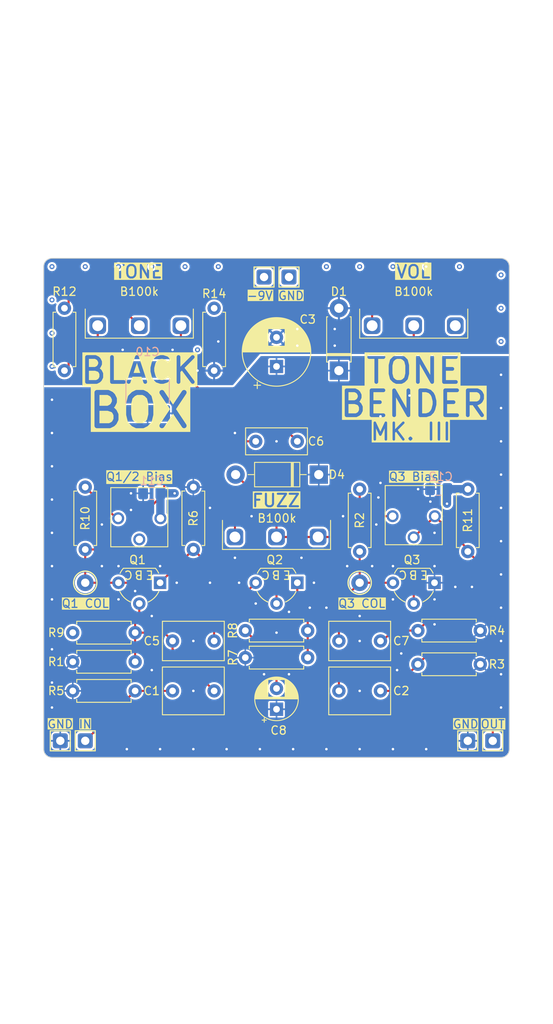
<source format=kicad_pcb>
(kicad_pcb (version 20240108) (generator "pcbnew") (generator_version "8.0")
  (layers (0 "F.Cu" signal) (1 "In1.Cu" signal) (2 "In2.Cu" signal) (31 "B.Cu" signal) (34 "B.Paste" user) (35 "F.Paste" user) (36 "B.SilkS" user "B.Silkscreen") (37 "F.SilkS" user "F.Silkscreen") (38 "B.Mask" user) (39 "F.Mask" user) (44 "Edge.Cuts" user))
  (net 0 "")
  (net 1 "/IN")
  (net 2 "/Q1_B")
  (net 3 "/Q3_C_DIV")
  (net 4 "/Q3_C_DIV_AC")
  (net 5 "-9V")
  (net 6 "GND")
  (net 7 "/Q1_C")
  (net 8 "/Q1_C_AC")
  (net 9 "/Q3_C")
  (net 10 "/TREB")
  (net 11 "/Q2_E_C8")
  (net 12 "/Q3_B")
  (net 13 "-9VIN")
  (net 14 "/OUT")
  (net 15 "/Q2_B")
  (net 16 "/Q2_E")
  (net 17 "Net-(R2-Pad2)")
  (net 18 "/Q1_C_DIV")
  (net 19 "/TONE_DIV")
  (net 20 "/TONE")
  (footprint "BB_Resistors:R_Axial_DIN0207_L6.3mm_D2.5mm_P7.5mm_Horizontal" (layer "F.Cu") (at 57.5 87 -90)
    (property "Reference" "R12" (at -2 0 180) (layer "F.SilkS"))
    (property "Value" "220k")
    (pad "1" thru_hole circle (at 0 0 270) (size 1.6 1.6) (drill 0.8) (layers "*.Cu" "*.Mask") (net 19 "/TONE_DIV"))
    (pad "2" thru_hole oval (at 7.5 0 270) (size 1.6 1.6) (drill 0.8) (layers "*.Cu" "*.Mask") (net 20 "/TONE"))
  )
  (footprint "BB_Pads:WirePad_22AWG" (layer "F.Cu") (at 84.5 83.25)
    (property "Reference" "P6")
    (property "Value" "GND" (at 0.25 2.25 0) (layer "F.SilkS" knockout))
    (pad "1" thru_hole roundrect (at 0 0) (size 1.8 1.8) (drill 1) (layers "*.Cu" "*.Mask") (roundrect_rratio 0.1666666667) (net 6 "GND"))
  )
  (footprint "BB_Resistors:R_Axial_DIN0207_L6.3mm_D2.5mm_P7.5mm_Horizontal" (layer "F.Cu") (at 79.25 125.75)
    (property "Reference" "R8" (at -1.5 0 90) (layer "F.SilkS"))
    (property "Value" "1")
    (pad "1" thru_hole circle (at 0 0) (size 1.6 1.6) (drill 0.8) (layers "*.Cu" "*.Mask") (net 11 "/Q2_E_C8"))
    (pad "2" thru_hole oval (at 7.5 0) (size 1.6 1.6) (drill 0.8) (layers "*.Cu" "*.Mask") (net 16 "/Q2_E"))
  )
  (footprint "BB_Pads:WirePad_22AWG" (layer "F.Cu") (at 81.5 83.25)
    (property "Reference" "P3")
    (property "Value" "-9V" (at -0.5 2.25 0) (layer "F.SilkS" knockout))
    (pad "1" thru_hole roundrect (at 0 0) (size 1.8 1.8) (drill 1) (layers "*.Cu" "*.Mask") (roundrect_rratio 0.1666666667) (net 13 "-9VIN"))
  )
  (footprint "BB_Transistor:TO-92L_Wide_EBC" (layer "F.Cu") (at 83 120 180)
    (property "Reference" "Q2" (at 0.21 2.75 180) (layer "F.SilkS"))
    (property "Value" "PNP_Ge")
    (fp_text user "E" (at -1.79 1.54 180) (layer "F.SilkS") (effects (justify left bottom)))
    (fp_text user "B" (at -0.54 1.54 180) (layer "F.SilkS") (effects (justify left bottom)))
    (fp_text user "C" (at 0.71 1.54 180) (layer "F.SilkS") (effects (justify left bottom)))
    (pad "1" thru_hole rect (at -2.5 0 180) (size 1.5 1.5) (drill 0.8) (layers "*.Cu" "*.Mask") (net 16 "/Q2_E"))
    (pad "2" thru_hole circle (at 0 -2.5 180) (size 1.5 1.5) (drill 0.8) (layers "*.Cu" "*.Mask") (net 15 "/Q2_B"))
    (pad "3" thru_hole circle (at 2.5 0 180) (size 1.5 1.5) (drill 0.8) (layers "*.Cu" "*.Mask") (net 7 "/Q1_C"))
  )
  (footprint "Capacitor_THT:C_Rect_L7.2mm_W3.0mm_P5.00mm_FKS2_FKP2_MKS2_MKP2" (layer "F.Cu") (at 85.5 103 180)
    (property "Reference" "C6" (at -2.25 0 0) (layer "F.SilkS"))
    (property "Value" "220n")
    (pad "1" thru_hole circle (at 0 0 180) (size 1.6 1.6) (drill 0.8) (layers "*.Cu" "*.Mask") (net 7 "/Q1_C"))
    (pad "2" thru_hole circle (at 5 0 180) (size 1.6 1.6) (drill 0.8) (layers "*.Cu" "*.Mask") (net 8 "/Q1_C_AC"))
  )
  (footprint "BB_Pads:WirePad_22AWG" (layer "F.Cu") (at 60 139)
    (property "Reference" "P1")
    (property "Value" "IN" (at 0 -2 0) (layer "F.SilkS" knockout))
    (pad "1" thru_hole roundrect (at 0 0) (size 1.8 1.8) (drill 1) (layers "*.Cu" "*.Mask") (roundrect_rratio 0.1666666667) (net 1 "/IN"))
  )
  (footprint "BB_Pads:WirePad_22AWG" (layer "F.Cu") (at 109 139)
    (property "Reference" "P7")
    (property "Value" "OUT" (at 0 -2 0) (layer "F.SilkS" knockout))
    (pad "1" thru_hole roundrect (at 0 0) (size 1.8 1.8) (drill 1) (layers "*.Cu" "*.Mask") (roundrect_rratio 0.1666666667) (net 14 "/OUT"))
  )
  (footprint "Capacitor_THT:CP_Radial_D8.0mm_P3.50mm" (layer "F.Cu") (at 83 94 90)
    (property "Reference" "C3" (at 5.652651 3.75 0) (layer "F.SilkS"))
    (property "Value" "220u")
    (pad "1" thru_hole rect (at 0 0 90) (size 1.6 1.6) (drill 0.8) (layers "*.Cu" "*.Mask") (net 6 "GND"))
    (pad "2" thru_hole circle (at 3.5 0 90) (size 1.6 1.6) (drill 0.8) (layers "*.Cu" "*.Mask") (net 5 "-9V"))
  )
  (footprint "Capacitor_THT:C_Rect_L7.2mm_W5.5mm_P5.00mm_FKS2_FKP2_MKS2_MKP2" (layer "F.Cu") (at 95.5 133 180)
    (property "Reference" "C2" (at -2.499999 -0.000001 0) (layer "F.SilkS"))
    (property "Value" "100n")
    (pad "1" thru_hole circle (at 0 0 180) (size 1.6 1.6) (drill 0.8) (layers "*.Cu" "*.Mask") (net 3 "/Q3_C_DIV"))
    (pad "2" thru_hole circle (at 5 0 180) (size 1.6 1.6) (drill 0.8) (layers "*.Cu" "*.Mask") (net 4 "/Q3_C_DIV_AC"))
  )
  (footprint "Capacitor_THT:C_Rect_L7.2mm_W4.5mm_P5.00mm_FKS2_FKP2_MKS2_MKP2" (layer "F.Cu") (at 70.5 127)
    (property "Reference" "C5" (at -2.499999 0 180) (layer "F.SilkS"))
    (property "Value" "220p")
    (pad "1" thru_hole circle (at 0 0) (size 1.6 1.6) (drill 0.8) (layers "*.Cu" "*.Mask") (net 2 "/Q1_B"))
    (pad "2" thru_hole circle (at 5 0) (size 1.6 1.6) (drill 0.8) (layers "*.Cu" "*.Mask") (net 7 "/Q1_C"))
  )
  (footprint "BB_Resistors:R_Axial_DIN0207_L6.3mm_D2.5mm_P7.5mm_Horizontal" (layer "F.Cu") (at 73 116 90)
    (property "Reference" "R6" (at 3.75 0 270) (layer "F.SilkS"))
    (property "Value" "10k")
    (pad "1" thru_hole circle (at 0 0 90) (size 1.6 1.6) (drill 0.8) (layers "*.Cu" "*.Mask") (net 15 "/Q2_B"))
    (pad "2" thru_hole oval (at 7.5 0 90) (size 1.6 1.6) (drill 0.8) (layers "*.Cu" "*.Mask") (net 6 "GND"))
  )
  (footprint "BlackBox:TestPoint_Keystone_5000-5004_Miniature" (layer "F.Cu") (at 60 120)
    (property "Reference" "TP1" (hide yes))
    (property "Value" "Q1_C")
    (pad "1" thru_hole circle (at 0 0) (size 2 2) (drill 1) (layers "*.Cu" "*.Mask") (net 7 "/Q1_C"))
  )
  (footprint "BB_Resistors:R_Axial_DIN0207_L6.3mm_D2.5mm_P7.5mm_Horizontal" (layer "F.Cu") (at 107.5 129.8 180)
    (property "Reference" "R3" (at -2 0 180) (layer "F.SilkS"))
    (property "Value" "10k")
    (pad "1" thru_hole circle (at 0 0 180) (size 1.6 1.6) (drill 0.8) (layers "*.Cu" "*.Mask") (net 6 "GND"))
    (pad "2" thru_hole oval (at 7.5 0 180) (size 1.6 1.6) (drill 0.8) (layers "*.Cu" "*.Mask") (net 3 "/Q3_C_DIV"))
  )
  (footprint "BB_Potentiometers:Potentiometer_Bourns_3362P_Vertical" (layer "F.Cu") (at 66.5 112.25)
    (property "Reference" "RV4" (hide yes))
    (property "Value" "B20k")
    (pad "1" thru_hole circle (at 2.54 0 90) (size 1.44 1.44) (drill 0.9) (layers "*.Cu" "*.Mask") (net 5 "-9V"))
    (pad "2" thru_hole circle (at 0 2.54 90) (size 1.44 1.44) (drill 0.9) (layers "*.Cu" "*.Mask") (net 5 "-9V"))
    (pad "3" thru_hole circle (at -2.54 0 90) (size 1.44 1.44) (drill 0.9) (layers "*.Cu" "*.Mask") (net 18 "/Q1_C_DIV"))
  )
  (footprint "BB_Transistor:TO-92L_Wide_EBC" (layer "F.Cu") (at 66.5 120 180)
    (property "Reference" "Q1" (at 0.21 2.75 180) (layer "F.SilkS"))
    (property "Value" "PNP_Ge")
    (fp_text user "B" (at -0.54 1.54 180) (layer "F.SilkS") (effects (justify left bottom)))
    (fp_text user "C" (at 0.71 1.54 180) (layer "F.SilkS") (effects (justify left bottom)))
    (fp_text user "E" (at -1.79 1.54 180) (layer "F.SilkS") (effects (justify left bottom)))
    (pad "1" thru_hole rect (at -2.5 0 180) (size 1.5 1.5) (drill 0.8) (layers "*.Cu" "*.Mask") (net 15 "/Q2_B"))
    (pad "2" thru_hole circle (at 0 -2.5 180) (size 1.5 1.5) (drill 0.8) (layers "*.Cu" "*.Mask") (net 2 "/Q1_B"))
    (pad "3" thru_hole circle (at 2.5 0 180) (size 1.5 1.5) (drill 0.8) (layers "*.Cu" "*.Mask") (net 7 "/Q1_C"))
  )
  (footprint "BB_Pads:WirePad_22AWG" (layer "F.Cu") (at 106 139)
    (property "Reference" "P8")
    (property "Value" "GND" (at -0.25 -2 0) (layer "F.SilkS" knockout))
    (pad "1" thru_hole roundrect (at 0 0) (size 1.8 1.8) (drill 1) (layers "*.Cu" "*.Mask") (roundrect_rratio 0.1666666667) (net 6 "GND"))
  )
  (footprint "Capacitor_THT:C_Rect_L7.2mm_W5.5mm_P5.00mm_FKS2_FKP2_MKS2_MKP2" (layer "F.Cu") (at 70.5 133)
    (property "Reference" "C1" (at -2.5 0 180) (layer "F.SilkS"))
    (property "Value" "100n")
    (pad "1" thru_hole circle (at 0 0) (size 1.6 1.6) (drill 0.8) (layers "*.Cu" "*.Mask") (net 1 "/IN"))
    (pad "2" thru_hole circle (at 5 0) (size 1.6 1.6) (drill 0.8) (layers "*.Cu" "*.Mask") (net 2 "/Q1_B"))
  )
  (footprint "Capacitor_THT:C_Rect_L7.2mm_W4.5mm_P5.00mm_FKS2_FKP2_MKS2_MKP2" (layer "F.Cu") (at 90.5 127)
    (property "Reference" "C7" (at 7.5 0 180) (layer "F.SilkS"))
    (property "Value" "2.2n")
    (pad "1" thru_hole circle (at 0 0) (size 1.6 1.6) (drill 0.8) (layers "*.Cu" "*.Mask") (net 9 "/Q3_C"))
    (pad "2" thru_hole circle (at 5 0) (size 1.6 1.6) (drill 0.8) (layers "*.Cu" "*.Mask") (net 10 "/TREB"))
  )
  (footprint "BlackBox:TestPoint_Keystone_5000-5004_Miniature" (layer "F.Cu") (at 93 120)
    (property "Reference" "TP2" (hide yes))
    (property "Value" "Q3_C")
    (pad "1" thru_hole circle (at 0 0) (size 2 2) (drill 1) (layers "*.Cu" "*.Mask") (net 9 "/Q3_C"))
  )
  (footprint "BB_Resistors:R_Axial_DIN0207_L6.3mm_D2.5mm_P7.5mm_Horizontal" (layer "F.Cu") (at 66 126 180)
    (property "Reference" "R9" (at 9.5 0 0) (layer "F.SilkS"))
    (property "Value" "680k")
    (pad "1" thru_hole circle (at 0 0 180) (size 1.6 1.6) (drill 0.8) (layers "*.Cu" "*.Mask") (net 2 "/Q1_B"))
    (pad "2" thru_hole oval (at 7.5 0 180) (size 1.6 1.6) (drill 0.8) (layers "*.Cu" "*.Mask") (net 5 "-9V"))
  )
  (footprint "BB_Resistors:R_Axial_DIN0207_L6.3mm_D2.5mm_P7.5mm_Horizontal" (layer "F.Cu") (at 107.5 125.75 180)
    (property "Reference" "R4" (at -2 0 180) (layer "F.SilkS"))
    (property "Value" "10k")
    (pad "1" thru_hole circle (at 0 0 180) (size 1.6 1.6) (drill 0.8) (layers "*.Cu" "*.Mask") (net 6 "GND"))
    (pad "2" thru_hole oval (at 7.5 0 180) (size 1.6 1.6) (drill 0.8) (layers "*.Cu" "*.Mask") (net 10 "/TREB"))
  )
  (footprint "Capacitor_THT:CP_Radial_D5.0mm_P2.50mm" (layer "F.Cu") (at 83 135.205113 90)
    (property "Reference" "C8" (at -2.544887 0.25 360) (layer "F.SilkS"))
    (property "Value" "6.8u")
    (pad "1" thru_hole rect (at 0 0 90) (size 1.6 1.6) (drill 0.8) (layers "*.Cu" "*.Mask") (net 6 "GND"))
    (pad "2" thru_hole circle (at 2.5 0 90) (size 1.6 1.6) (drill 0.8) (layers "*.Cu" "*.Mask") (net 11 "/Q2_E_C8"))
  )
  (footprint "BB_Resistors:R_Axial_DIN0207_L6.3mm_D2.5mm_P7.5mm_Horizontal" (layer "F.Cu") (at 58.5 129.5)
    (property "Reference" "R1" (at -2 0 180) (layer "F.SilkS"))
    (property "Value" "100k")
    (pad "1" thru_hole circle (at 0 0) (size 1.6 1.6) (drill 0.8) (layers "*.Cu" "*.Mask") (net 6 "GND"))
    (pad "2" thru_hole oval (at 7.5 0) (size 1.6 1.6) (drill 0.8) (layers "*.Cu" "*.Mask") (net 2 "/Q1_B"))
  )
  (footprint "BB_Diodes:D_DO-41_SOD81_P7.5mm_Horizontal" (layer "F.Cu") (at 90.5 94.5 90)
    (property "Reference" "D1" (at 9.5 0 360) (layer "F.SilkS"))
    (property "Value" "1N4001G-T")
    (pad "1" thru_hole rect (at 0 0 90) (size 2.2 2.2) (drill 1.1) (layers "*.Cu" "*.Mask") (net 6 "GND"))
    (pad "2" thru_hole oval (at 7.5 0 90) (size 2.2 2.2) (drill 1.1) (layers "*.Cu" "*.Mask") (net 5 "-9V"))
  )
  (footprint "BB_Resistors:R_Axial_DIN0207_L6.3mm_D2.5mm_P7.5mm_Horizontal" (layer "F.Cu") (at 60 116 90)
    (property "Reference" "R10" (at 3.75 0 270) (layer "F.SilkS"))
    (property "Value" "4.7k")
    (pad "1" thru_hole circle (at 0 0 90) (size 1.6 1.6) (drill 0.8) (layers "*.Cu" "*.Mask") (net 7 "/Q1_C"))
    (pad "2" thru_hole oval (at 7.5 0 90) (size 1.6 1.6) (drill 0.8) (layers "*.Cu" "*.Mask") (net 18 "/Q1_C_DIV"))
  )
  (footprint "BB_Diodes:D_DO-41_SOD81_P10.0mm_Horizontal" (layer "F.Cu") (at 88.08 107 180)
    (property "Reference" "D4" (at -2.17 0 0) (layer "F.SilkS"))
    (property "Value" "1N34A")
    (pad "1" thru_hole rect (at 0 0 180) (size 2.2 2.2) (drill 1.1) (layers "*.Cu" "*.Mask") (net 6 "GND"))
    (pad "2" thru_hole oval (at 10 0 180) (size 2.2 2.2) (drill 1.1) (layers "*.Cu" "*.Mask") (net 12 "/Q3_B"))
  )
  (footprint "BB_Resistors:R_Axial_DIN0207_L6.3mm_D2.5mm_P7.5mm_Horizontal" (layer "F.Cu") (at 86.75 129 180)
    (property "Reference" "R7" (at 9 0 90) (layer "F.SilkS"))
    (property "Value" "3.3k")
    (pad "1" thru_hole circle (at 0 0 180) (size 1.6 1.6) (drill 0.8) (layers "*.Cu" "*.Mask") (net 16 "/Q2_E"))
    (pad "2" thru_hole oval (at 7.5 0 180) (size 1.6 1.6) (drill 0.8) (layers "*.Cu" "*.Mask") (net 6 "GND"))
  )
  (footprint "BB_Resistors:R_Axial_DIN0207_L6.3mm_D2.5mm_P7.5mm_Horizontal" (layer "F.Cu") (at 75.5 87 -90)
    (property "Reference" "R14" (at -1.75 0 180) (layer "F.SilkS"))
    (property "Value" "100")
    (pad "1" thru_hole circle (at 0 0 270) (size 1.6 1.6) (drill 0.8) (layers "*.Cu" "*.Mask") (net 13 "-9VIN"))
    (pad "2" thru_hole oval (at 7.5 0 270) (size 1.6 1.6) (drill 0.8) (layers "*.Cu" "*.Mask") (net 5 "-9V"))
  )
  (footprint "BB_Potentiometers:Potentiometer_Bourns_3362P_Vertical" (layer "F.Cu") (at 99.5 112)
    (property "Reference" "RV5" (hide yes))
    (property "Value" "B20k")
    (pad "1" thru_hole circle (at 2.54 0 90) (size 1.44 1.44) (drill 0.9) (layers "*.Cu" "*.Mask") (net 3 "/Q3_C_DIV"))
    (pad "2" thru_hole circle (at 0 2.54 90) (size 1.44 1.44) (drill 0.9) (layers "*.Cu" "*.Mask") (net 3 "/Q3_C_DIV"))
    (pad "3" thru_hole circle (at -2.54 0 90) (size 1.44 1.44) (drill 0.9) (layers "*.Cu" "*.Mask") (net 17 "Net-(R2-Pad2)"))
  )
  (footprint "BB_Resistors:R_Axial_DIN0207_L6.3mm_D2.5mm_P7.5mm_Horizontal" (layer "F.Cu") (at 93 116.25 90)
    (property "Reference" "R2" (at 3.75 0 270) (layer "F.SilkS"))
    (property "Value" "10k")
    (pad "1" thru_hole circle (at 0 0 90) (size 1.6 1.6) (drill 0.8) (layers "*.Cu" "*.Mask") (net 9 "/Q3_C"))
    (pad "2" thru_hole oval (at 7.5 0 90) (size 1.6 1.6) (drill 0.8) (layers "*.Cu" "*.Mask") (net 17 "Net-(R2-Pad2)"))
  )
  (footprint "BB_Pads:WirePad_22AWG" (layer "F.Cu") (at 57 139)
    (property "Reference" "P2")
    (property "Value" "GND" (at 0 -2 0) (layer "F.SilkS" knockout))
    (pad "1" thru_hole roundrect (at 0 0) (size 1.8 1.8) (drill 1) (layers "*.Cu" "*.Mask") (roundrect_rratio 0.1666666667) (net 6 "GND"))
  )
  (footprint "BB_Transistor:TO-92L_Wide_EBC" (layer "F.Cu") (at 99.5 120 180)
    (property "Reference" "Q3" (at 0.21 2.75 180) (layer "F.SilkS"))
    (property "Value" "PNP_Ge")
    (fp_text user "B" (at -0.54 1.54 180) (layer "F.SilkS") (effects (justify left bottom)))
    (fp_text user "E" (at -1.79 1.54 180) (layer "F.SilkS") (effects (justify left bottom)))
    (fp_text user "C" (at 0.71 1.54 180) (layer "F.SilkS") (effects (justify left bottom)))
    (pad "1" thru_hole rect (at -2.5 0 180) (size 1.5 1.5) (drill 0.8) (layers "*.Cu" "*.Mask") (net 6 "GND"))
    (pad "2" thru_hole circle (at 0 -2.5 180) (size 1.5 1.5) (drill 0.8) (layers "*.Cu" "*.Mask") (net 12 "/Q3_B"))
    (pad "3" thru_hole circle (at 2.5 0 180) (size 1.5 1.5) (drill 0.8) (layers "*.Cu" "*.Mask") (net 9 "/Q3_C"))
  )
  (footprint "BB_Resistors:R_Axial_DIN0207_L6.3mm_D2.5mm_P7.5mm_Horizontal" (layer "F.Cu") (at 106 116.25 90)
    (property "Reference" "R11" (at 3.75 0 270) (layer "F.SilkS"))
    (property "Value" "10k")
    (pad "1" thru_hole circle (at 0 0 90) (size 1.6 1.6) (drill 0.8) (layers "*.Cu" "*.Mask") (net 3 "/Q3_C_DIV"))
    (pad "2" thru_hole oval (at 7.5 0 90) (size 1.6 1.6) (drill 0.8) (layers "*.Cu" "*.Mask") (net 5 "-9V"))
  )
  (footprint "BB_Resistors:R_Axial_DIN0207_L6.3mm_D2.5mm_P7.5mm_Horizontal" (layer "F.Cu") (at 66 133 180)
    (property "Reference" "R5" (at 9.5 0 0) (layer "F.SilkS"))
    (property "Value" "2.2M")
    (pad "1" thru_hole circle (at 0 0 180) (size 1.6 1.6) (drill 0.8) (layers "*.Cu" "*.Mask") (net 1 "/IN"))
    (pad "2" thru_hole oval (at 7.5 0 180) (size 1.6 1.6) (drill 0.8) (layers "*.Cu" "*.Mask") (net 6 "GND"))
  )
  (footprint "Capacitor_SMD:C_0805_2012Metric_Pad1.18x1.45mm_HandSolder" (layer "B.Cu") (at 102.5 108.75 180)
    (property "Reference" "C12" (at -0.25 1.5 180) (layer "B.SilkS") (effects (justify mirror)))
    (property "Value" "1u")
    (pad "1" smd roundrect (at -1.0375 0 180) (size 1.175 1.45) (layers "B.Cu" "B.Paste" "B.Mask") (roundrect_rratio 0.2127659574) (net 5 "-9V"))
    (pad "2" smd roundrect (at 1.0375 0 180) (size 1.175 1.45) (layers "B.Cu" "B.Paste" "B.Mask") (roundrect_rratio 0.2127659574) (net 6 "GND"))
  )
  (footprint "Capacitor_SMD:C_2220_5750Metric_Pad1.97x5.40mm_HandSolder" (layer "B.Cu") (at 67.5 97 -90)
    (property "Reference" "C10" (at -4.75 0 180) (layer "B.SilkS") (effects (justify mirror)))
    (property "Value" "10u")
    (pad "1" smd roundrect (at -2.6375 0 270) (size 1.975 5.4) (layers "B.Cu" "B.Paste" "B.Mask") (roundrect_rratio 0.1265817722) (net 5 "-9V"))
    (pad "2" smd roundrect (at 2.6375 0 270) (size 1.975 5.4) (layers "B.Cu" "B.Paste" "B.Mask") (roundrect_rratio 0.1265817722) (net 6 "GND"))
  )
  (footprint "BB_Potentiometers:Potentiometer_16MM" (layer "B.Cu") (at 83 98 180)
    (property "Reference" "RV1" (hide yes))
    (property "Value" "B100k" (at -0.05 -14.25 180) (layer "F.SilkS"))
    (pad "1" thru_hole roundrect (at -5 -16.5 180) (size 2 2) (drill 1.3) (layers "*.Cu" "*.Mask") (net 12 "/Q3_B"))
    (pad "2" thru_hole roundrect (at 0 -16.5 180) (size 2 2) (drill 1.3) (layers "*.Cu" "*.Mask") (net 12 "/Q3_B"))
    (pad "3" thru_hole roundrect (at 5 -16.5 180) (size 2 2) (drill 1.3) (layers "*.Cu" "*.Mask") (net 8 "/Q1_C_AC"))
  )
  (footprint "BB_Potentiometers:Potentiometer_16MM" (layer "B.Cu") (at 66.5 72.6 180)
    (property "Reference" "RV2" (hide yes))
    (property "Value" "B100k" (at 0 -12.4 180) (layer "F.SilkS"))
    (pad "1" thru_hole roundrect (at -5 -16.5 180) (size 2 2) (drill 1.3) (layers "*.Cu" "*.Mask") (net 4 "/Q3_C_DIV_AC"))
    (pad "2" thru_hole roundrect (at 0 -16.5 180) (size 2 2) (drill 1.3) (layers "*.Cu" "*.Mask") (net 20 "/TONE"))
    (pad "3" thru_hole roundrect (at 5 -16.5 180) (size 2 2) (drill 1.3) (layers "*.Cu" "*.Mask") (net 10 "/TREB"))
  )
  (footprint "Capacitor_SMD:C_0805_2012Metric_Pad1.18x1.45mm_HandSolder" (layer "B.Cu") (at 68 109.25 180)
    (property "Reference" "C11" (at 0 1.5 180) (layer "B.SilkS") (effects (justify mirror)))
    (property "Value" "1u")
    (pad "1" smd roundrect (at -1.0375 0 180) (size 1.175 1.45) (layers "B.Cu" "B.Paste" "B.Mask") (roundrect_rratio 0.2127659574) (net 5 "-9V"))
    (pad "2" smd roundrect (at 1.0375 0 180) (size 1.175 1.45) (layers "B.Cu" "B.Paste" "B.Mask") (roundrect_rratio 0.2127659574) (net 6 "GND"))
  )
  (footprint "BB_Potentiometers:Potentiometer_16MM" (layer "B.Cu") (at 99.5 72.6 180)
    (property "Reference" "RV3" (hide yes))
    (property "Value" "B100k" (at 0 -12.4 180) (layer "F.SilkS"))
    (pad "1" thru_hole roundrect (at -5 -16.5 180) (size 2 2) (drill 1.3) (layers "*.Cu" "*.Mask") (net 6 "GND"))
    (pad "2" thru_hole roundrect (at 0 -16.5 180) (size 2 2) (drill 1.3) (layers "*.Cu" "*.Mask") (net 14 "/OUT"))
    (pad "3" thru_hole roundrect (at 5 -16.5 180) (size 2 2) (drill 1.3) (layers "*.Cu" "*.Mask") (net 19 "/TONE_DIV"))
  )
  (gr_line (start 56 81) (end 110 81) (stroke (width 0.1)) (layer "Edge.Cuts"))
  (gr_arc (start 55 82) (mid 55.292893 81.292893) (end 56 81) (stroke (width 0.1)) (layer "Edge.Cuts"))
  (gr_line (start 110 141) (end 56 141) (stroke (width 0.1)) (layer "Edge.Cuts"))
  (gr_arc (start 110 81) (mid 110.707107 81.292893) (end 111 82) (stroke (width 0.1)) (layer "Edge.Cuts"))
  (gr_arc (start 56 141) (mid 55.292893 140.707107) (end 55 140) (stroke (width 0.1)) (layer "Edge.Cuts"))
  (gr_line (start 111 82) (end 111 140) (stroke (width 0.1)) (layer "Edge.Cuts"))
  (gr_line (start 55 140) (end 55 82) (stroke (width 0.1)) (layer "Edge.Cuts"))
  (gr_arc (start 111 140) (mid 110.707107 140.707107) (end 110 141) (stroke (width 0.1)) (layer "Edge.Cuts"))
  (gr_text "BLACK" (at 66.5 94.5 0) (layer "F.SilkS" knockout) (effects (font (size 3 3) (thickness 0.45))))
  (gr_text "Q1/2 Bias" (at 66.5 107.25 0) (layer "F.SilkS" knockout) (effects (font (size 1 1) (thickness 0.15) (bold yes))))
  (gr_text "BENDER" (at 99.5 98.5 0) (layer "F.SilkS" knockout) (effects (font (size 3 3) (thickness 0.45) (bold yes))))
  (gr_text "Q3 Bias" (at 99.5 107.25 0) (layer "F.SilkS" knockout) (effects (font (size 1 1) (thickness 0.15) (bold yes))))
  (gr_text "FUZZ" (at 79.917858 111 0) (layer "F.SilkS" knockout) (effects (font (size 1.5 1.5) (thickness 0.25)) (justify left bottom)))
  (gr_text "TONE" (at 99.5 94.5 0) (layer "F.SilkS" knockout) (effects (font (size 3 3) (thickness 0.45) (bold yes))))
  (gr_text "TONE" (at 63.453571 83.5 0) (layer "F.SilkS" knockout) (effects (font (size 1.5 1.5) (thickness 0.25)) (justify left bottom)))
  (gr_text "MK. III" (at 99.152036 101.854901 0) (layer "F.SilkS" knockout) (effects (font (size 2 2) (thickness 0.3) (bold yes))))
  (gr_text "Q1 COL" (at 60 122.5 0) (layer "F.SilkS" knockout) (effects (font (size 1 1) (thickness 0.15) (bold yes))))
  (gr_text "VOL" (at 97.239286 83.5 0) (layer "F.SilkS" knockout) (effects (font (size 1.5 1.5) (thickness 0.25)) (justify left bottom)))
  (gr_text "Q3 COL" (at 93.25 122.5 0) (layer "F.SilkS" knockout) (effects (font (size 1 1) (thickness 0.15) (bold yes))))
  (gr_text "BOX" (at 66.459055 99.30629 0) (layer "F.SilkS" knockout) (effects (font (size 4 4) (thickness 0.6))))
  (segment (start 70.5 133) (end 66 133) (width 0.25) (layer "F.Cu") (net 1))
  (segment (start 60 139) (end 66 133) (width 0.25) (layer "F.Cu") (net 1))
  (segment (start 66 126) (end 69.5 126) (width 0.25) (layer "F.Cu") (net 2))
  (segment (start 66 126) (end 66 129.5) (width 0.25) (layer "F.Cu") (net 2))
  (segment (start 66.5 123.75) (end 66 124.25) (width 0.25) (layer "F.Cu") (net 2))
  (segment (start 70.5 128) (end 70.5 127) (width 0.25) (layer "F.Cu") (net 2))
  (segment (start 69.5 126) (end 70.5 127) (width 0.25) (layer "F.Cu") (net 2))
  (segment (start 66.5 122.5) (end 66.5 123.75) (width 0.25) (layer "F.Cu") (net 2))
  (segment (start 66 124.25) (end 66 126) (width 0.25) (layer "F.Cu") (net 2))
  (segment (start 75.5 133) (end 70.5 128) (width 0.25) (layer "F.Cu") (net 2))
  (segment (start 100 129.8) (end 107.5 122.3) (width 0.25) (layer "F.Cu") (net 3))
  (segment (start 106 115.96) (end 106 116.25) (width 0.25) (layer "F.Cu") (net 3))
  (segment (start 96.8 133) (end 100 129.8) (width 0.25) (layer "F.Cu") (net 3))
  (segment (start 102.04 112) (end 106 115.96) (width 0.25) (layer "F.Cu") (net 3))
  (segment (start 107.5 117.75) (end 106 116.25) (width 0.25) (layer "F.Cu") (net 3))
  (segment (start 99.5 114.54) (end 102.04 112) (width 0.25) (layer "F.Cu") (net 3))
  (segment (start 95.5 133) (end 96.8 133) (width 0.25) (layer "F.Cu") (net 3))
  (segment (start 107.5 122.3) (end 107.5 117.75) (width 0.25) (layer "F.Cu") (net 3))
  (segment (start 99 116) (end 102.875 116) (width 0.25) (layer "F.Cu") (net 4))
  (segment (start 98.25 113.25) (end 98.25 115.25) (width 0.25) (layer "F.Cu") (net 4))
  (segment (start 90.5 130.5) (end 90.5 133) (width 0.25) (layer "F.Cu") (net 4))
  (segment (start 98.25 115.25) (end 99 116) (width 0.25) (layer "F.Cu") (net 4))
  (segment (start 105.5 122.638299) (end 98.638299 129.5) (width 0.25) (layer "F.Cu") (net 4))
  (segment (start 105.5 118.625) (end 105.5 122.638299) (width 0.25) (layer "F.Cu") (net 4))
  (segment (start 102.875 116) (end 105.5 118.625) (width 0.25) (layer "F.Cu") (net 4))
  (segment (start 98.638299 129.5) (end 91.5 129.5) (width 0.25) (layer "F.Cu") (net 4))
  (segment (start 91.5 129.5) (end 90.5 130.5) (width 0.25) (layer "F.Cu") (net 4))
  (segment (start 99.25 100.25) (end 99.25 112.25) (width 0.25) (layer "F.Cu") (net 4))
  (segment (start 71.5 89.1) (end 71.5 94.5) (width 0.25) (layer "F.Cu") (net 4))
  (segment (start 99.25 112.25) (end 98.25 113.25) (width 0.25) (layer "F.Cu") (net 4))
  (segment (start 96.5 97.5) (end 99.25 100.25) (width 0.25) (layer "F.Cu") (net 4))
  (segment (start 71.5 94.5) (end 74.5 97.5) (width 0.25) (layer "F.Cu") (net 4))
  (segment (start 74.5 97.5) (end 96.5 97.5) (width 0.25) (layer "F.Cu") (net 4))
  (via (at 90 89.5) (size 0.6) (drill 0.3) (layers "F.Cu" "B.Cu") (net 5))
  (via (at 70.75 109.25) (size 0.6) (drill 0.3) (layers "F.Cu" "B.Cu") (net 5))
  (via (at 85.5 91.5) (size 0.6) (drill 0.3) (layers "F.Cu" "B.Cu") (net 5))
  (via (at 73.5 94.5) (size 0.6) (drill 0.3) (layers "F.Cu" "B.Cu") (net 5))
  (via (at 76 91) (size 0.6) (drill 0.3) (layers "F.Cu" "B.Cu") (net 5))
  (via (at 85.5 89.5) (size 0.6) (drill 0.3) (layers "F.Cu" "B.Cu") (net 5))
  (via (at 103.5 110.5) (size 0.6) (drill 0.3) (layers "F.Cu" "B.Cu") (net 5))
  (via (at 90 91.5) (size 0.6) (drill 0.3) (layers "F.Cu" "B.Cu") (net 5))
  (via (at 70.5 92) (size 0.6) (drill 0.3) (layers "F.Cu" "B.Cu") (net 5))
  (via (at 64.5 92) (size 0.6) (drill 0.3) (layers "F.Cu" "B.Cu") (net 5))
  (segment (start 69.0375 112.2475) (end 69.04 112.25) (width 1) (layer "B.Cu") (net 5))
  (segment (start 103.5 110.5) (end 103.5 108.7875) (width 1) (layer "B.Cu") (net 5))
  (segment (start 103.5 108.7875) (end 103.5375 108.75) (width 1) (layer "B.Cu") (net 5))
  (segment (start 70.75 109.25) (end 69.0375 109.25) (width 1) (layer "B.Cu") (net 5))
  (segment (start 103.5375 108.75) (end 106 108.75) (width 1) (layer "B.Cu") (net 5))
  (segment (start 69.0375 109.5) (end 69.0375 112.2475) (width 1) (layer "B.Cu") (net 5))
  (segment (start 68.9725 112.3175) (end 69.04 112.25) (width 0.5) (layer "B.Cu") (net 5))
  (via (at 100.025 108.75) (size 0.6) (drill 0.3) (layers "F.Cu" "B.Cu") (net 6))
  (via (at 68 82) (size 0.6) (drill 0.3) (layers "F.Cu" "B.Cu") (net 6))
  (via (at 76 82) (size 0.6) (drill 0.3) (layers "F.Cu" "B.Cu") (net 6))
  (via (at 110 91) (size 0.6) (drill 0.3) (layers "F.Cu" "B.Cu") (net 6))
  (via (at 110 103) (size 0.6) (drill 0.3) (layers "F.Cu" "B.Cu") (net 6))
  (via (at 110 135) (size 0.6) (drill 0.3) (layers "F.Cu" "B.Cu") (net 6))
  (via (at 56 118) (size 0.6) (drill 0.3) (layers "F.Cu" "B.Cu") (net 6))
  (via (at 97 118) (size 0.6) (drill 0.3) (layers "F.Cu" "B.Cu") (net 6))
  (via (at 56 106) (size 0.6) (drill 0.3) (layers "F.Cu" "B.Cu") (net 6))
  (via (at 89 140) (size 0.6) (drill 0.3) (layers "F.Cu" "B.Cu") (net 6))
  (via (at 101.5 110.25) (size 0.6) (drill 0.3) (layers "F.Cu" "B.Cu") (net 6))
  (via (at 72 82) (size 0.6) (drill 0.3) (layers "F.Cu" "B.Cu") (net 6))
  (via (at 65 140) (size 0.6) (drill 0.3) (layers "F.Cu" "B.Cu") (net 6))
  (via (at 78 117) (size 0.6) (drill 0.3) (layers "F.Cu" "B.Cu") (net 6))
  (via (at 110 111) (size 0.6) (drill 0.3) (layers "F.Cu" "B.Cu") (net 6))
  (via (at 101 82) (size 0.6) (drill 0.3) (layers "F.Cu" "B.Cu") (net 6))
  (via (at 68 130.5) (size 0.6) (drill 0.3) (layers "F.Cu" "B.Cu") (net 6))
  (via (at 95.5 108) (size 0.6) (drill 0.3) (layers "F.Cu" "B.Cu") (net 6))
  (via (at 73 140) (size 0.6) (drill 0.3) (layers "F.Cu" "B.Cu") (net 6))
  (via (at 75 111) (size 0.6) (drill 0.3) (layers "F.Cu" "B.Cu") (net 6))
  (via (at 93 127) (size 0.6) (drill 0.3) (layers "F.Cu" "B.Cu") (net 6))
  (via (at 97 140) (size 0.6) (drill 0.3) (layers "F.Cu" "B.Cu") (net 6))
  (via (at 91.5 118) (size 0.6) (drill 0.3) (layers "F.Cu" "B.Cu") (net 6))
  (via (at 99 97.5) (size 0.6) (drill 0.3) (layers "F.Cu" "B.Cu") (net 6))
  (via (at 86 117) (size 0.6) (drill 0.3) (layers "F.Cu" "B.Cu") (net 6))
  (via (at 110 83) (size 0.6) (drill 0.3) (layers "F.Cu" "B.Cu") (net 6))
  (via (at 98 128.5) (size 0.6) (drill 0.3) (layers "F.Cu" "B.Cu") (net 6))
  (via (at 110 95) (size 0.6) (drill 0.3) (layers "F.Cu" "B.Cu") (net 6))
  (via (at 102 122) (size 0.6) (drill 0.3) (layers "F.Cu" "B.Cu") (net 6))
  (via (at 110 107) (size 0.6) (drill 0.3) (layers "F.Cu" "B.Cu") (net 6))
  (via (at 110 115) (size 0.6) (drill 0.3) (layers "F.Cu" "B.Cu") (net 6))
  (via (at 85 140) (size 0.6) (drill 0.3) (layers "F.Cu" "B.Cu") (net 6))
  (via (at 93 133) (size 0.6) (drill 0.3) (layers "F.Cu" "B.Cu") (net 6))
  (via (at 110 131) (size 0.6) (drill 0.3) (layers "F.Cu" "B.Cu") (net 6))
  (via (at 78 102) (size 0.6) (drill 0.3) (layers "F.Cu" "B.Cu") (net 6))
  (via (at 62 118) (size 0.6) (drill 0.3) (layers "F.Cu" "B.Cu") (net 6))
  (via (at 110 87) (size 0.6) (drill 0.3) (layers "F.Cu" "B.Cu") (net 6))
  (via (at 110 123) (size 0.6) (drill 0.3) (layers "F.Cu" "B.Cu") (net 6))
  (via (at 64 118) (size 0.6) (drill 0.3) (layers "F.Cu" "B.Cu") (net 6))
  (via (at 56 114) (size 0.6) (drill 0.3) (layers "F.Cu" "B.Cu") (net 6))
  (via (at 101 140) (size 0.6) (drill 0.3) (layers "F.Cu" "B.Cu") (net 6))
  (via (at 62 113) (size 0.6) (drill 0.3) (layers "F.Cu" "B.Cu") (net 6))
  (via (at 95 113) (size 0.6) (drill 0.3) (layers "F.Cu" "B.Cu") (net 6))
  (via (at 56 128) (size 0.6) (drill 0.3) (layers "F.Cu" "B.Cu") (net 6))
  (via (at 87 123) (size 0.6) (drill 0.3) (layers "F.Cu" "B.Cu") (net 6))
  (via (at 93 140) (size 0.6) (drill 0.3) (layers "F.Cu" "B.Cu") (net 6))
  (via (at 110 99) (size 0.6) (drill 0.3) (layers "F.Cu" "B.Cu") (net 6))
  (via (at 87.5 120) (size 0.6) (drill 0.3) (layers "F.Cu" "B.Cu") (net 6))
  (via (at 71 120) (size 0.6) (drill 0.3) (layers "F.Cu" "B.Cu") (net 6))
  (via (at 94.5 118) (size 0.6) (drill 0.3) (layers "F.Cu" "B.Cu") (net 6))
  (via (at 104.5 120.5) (size 0.6) (drill 0.3) (layers "F.Cu" "B.Cu") (net 6))
  (via (at 69 118) (size 0.6) (drill 0.3) (layers "F.Cu" "B.Cu") (net 6))
  (via (at 93 124) (size 0.6) (drill 0.3) (layers "F.Cu" "B.Cu") (net 6))
  (via (at 89 82) (size 0.6) (drill 0.3) (layers "F.Cu" "B.Cu") (net 6))
  (via (at 89 123) (size 0.6) (drill 0.3) (layers "F.Cu" "B.Cu") (net 6))
  (via (at 77 140) (size 0.6) (drill 0.3) (layers "F.Cu" "B.Cu") (net 6))
  (via (at 102 125) (size 0.6) (drill 0.3) (layers "F.Cu" "B.Cu") (net 6))
  (via (at 56 94) (size 0.6) (drill 0.3) (layers "F.Cu" "B.Cu") (net 6))
  (via (at 80.5 122.5) (size 0.6) (drill 0.3) (layers "F.Cu" "B.Cu") (net 6))
  (via (at 83 126) (size 0.6) (drill 0.3) (layers "F.Cu" "B.Cu") (net 6))
  (via (at 56 110) (size 0.6) (drill 0.3) (layers "F.Cu" "B.Cu") (net 6))
  (via (at 78.5 120) (size 0.6) (drill 0.3) (layers "F.Cu" "B.Cu") (net 6))
  (via (at 75 120) (size 0.6) (drill 0.3) (layers "F.Cu" "B.Cu") (net 6))
  (via (at 91 112) (size 0.6) (drill 0.3) (layers "F.Cu" "B.Cu") (net 6))
  (via (at 56 98) (size 0.6) (drill 0.3) (layers "F.Cu" "B.Cu") (net 6))
  (via (at 110 127) (size 0.6) (drill 0.3) (layers "F.Cu" "B.Cu") (net 6))
  (via (at 68 124) (size 0.6) (drill 0.3) (layers "F.Cu" "B.Cu") (net 6))
  (via (at 64 122) (size 0.6) (drill 0.3) (layers "F.Cu" "B.Cu") (net 6))
  (via (at 81.5 131) (size 0.6) (drill 0.3) (layers "F.Cu" "B.Cu") (net 6))
  (via (at 97 82) (size 0.6) (drill 0.3) (layers "F.Cu" "B.Cu") (net 6))
  (via (at 60 82) (size 0.6) (drill 0.3) (layers "F.Cu" "B.Cu") (net 6))
  (via (at 64 82) (size 0.6) (drill 0.3) (layers "F.Cu" "B.Cu") (net 6))
  (via (at 84.5 131) (size 0.6) (drill 0.3) (layers "F.Cu" "B.Cu") (net 6))
  (via (at 56 90) (size 0.6) (drill 0.3) (layers "F.Cu" "B.Cu") (net 6))
  (via (at 95.25 109.75) (size 0.6) (drill 0.3) (layers "F.Cu" "B.Cu") (net 6))
  (via (at 97.5 130.5) (size 0.6) (drill 0.3) (layers "F.Cu" "B.Cu") (net 6))
  (via (at 56 122) (size 0.6) (drill 0.3) (layers "F.Cu" "B.Cu") (net 6))
  (via (at 65.5 111.25) (size 0.6) (drill 0.3) (layers "F.Cu" "B.Cu") (net 6))
  (via (at 56 102) (size 0.6) (drill 0.3) (layers "F.Cu" "B.Cu") (net 6))
  (via (at 106.5 120.5) (size 0.6) (drill 0.3) (layers "F.Cu" "B.Cu") (net 6))
  (via (at 65.5 109.25) (size 0.6) (drill 0.3) (layers "F.Cu" "B.Cu") (net 6))
  (via (at 80 112) (size 0.6) (drill 0.3) (layers "F.Cu" "B.Cu") (net 6))
  (via (at 56 135) (size 0.6) (drill 0.3) (layers "F.Cu" "B.Cu") (net 6))
  (via (at 97 122) (size 0.6) (drill 0.3) (layers "F.Cu" "B.Cu") (net 6))
  (via (at 73.5 92) (size 0.6) (drill 0.3) (layers "F.Cu" "B.Cu") (net 6))
  (via (at 84.5 123.5) (size 0.6) (drill 0.3) (layers "F.Cu" "B.Cu") (net 6))
  (via (at 73 133) (size 0.6) (drill 0.3) (layers "F.Cu" "B.Cu") (net 6))
  (via (at 93 82) (size 0.6) (drill 0.3) (layers "F.Cu" "B.Cu") (net 6))
  (via (at 56 132) (size 0.6) (drill 0.3) (layers "F.Cu" "B.Cu") (net 6))
  (via (at 110 119) (size 0.6) (drill 0.3) (layers "F.Cu" "B.Cu") (net 6))
  (via (at 105 82) (size 0.6) (drill 0.3) (layers "F.Cu" "B.Cu") (net 6))
  (via (at 102 118) (size 0.6) (drill 0.3) (layers "F.Cu" "B.Cu") (net 6))
  (via (at 102 114) (size 0.6) (drill 0.3) (layers "F.Cu" "B.Cu") (net 6))
  (via (at 69 140) (size 0.6) (drill 0.3) (layers "F.Cu" "B.Cu") (net 6))
  (via (at 83 103) (size 0.6) (drill 0.3) (layers "F.Cu" "B.Cu") (net 6))
  (via (at 66 121) (size 0.6) (drill 0.3) (layers "F.Cu" "B.Cu") (net 6))
  (via (at 56 86) (size 0.6) (drill 0.3) (layers "F.Cu" "B.Cu") (net 6))
  (via (at 73 127) (size 0.6) (drill 0.3) (layers "F.Cu" "B.Cu") (net 6))
  (via (at 56 82) (size 0.6) (drill 0.3) (layers "F.Cu" "B.Cu") (net 6))
  (via (at 81 140) (size 0.6) (drill 0.3) (layers "F.Cu" "B.Cu") (net 6))
  (via (at 95.5 100) (size 0.6) (drill 0.3) (layers "F.Cu" "B.Cu") (net 6))
  (segment (start 73 122.5) (end 75.5 125) (width 0.25) (layer "F.Cu") (net 7))
  (segment (start 69.5 104.5) (end 73.5 100.5) (width 0.25) (layer "F.Cu") (net 7))
  (segment (start 75.5 125) (end 80.5 120) (width 0.25) (layer "F.Cu") (net 7))
  (segment (start 60 116) (end 62.75 116) (width 0.25) (layer "F.Cu") (net 7))
  (segment (start 73.5 100.5) (end 83 100.5) (width 0.25) (layer "F.Cu") (net 7))
  (segment (start 75.5 127) (end 75.5 125) (width 0.25) (layer "F.Cu") (net 7))
  (segment (start 64 120) (end 66.625 120) (width 0.25) (layer "F.Cu") (net 7))
  (segment (start 69.5 109.25) (end 69.5 104.5) (width 0.25) (layer "F.Cu") (net 7))
  (segment (start 62.75 116) (end 69.5 109.25) (width 0.25) (layer "F.Cu") (net 7))
  (segment (start 83 100.5) (end 85.5 103) (width 0.25) (layer "F.Cu") (net 7))
  (segment (start 66.625 120) (end 69.125 122.5) (width 0.25) (layer "F.Cu") (net 7))
  (segment (start 69.125 122.5) (end 73 122.5) (width 0.25) (layer "F.Cu") (net 7))
  (segment (start 64 120) (end 60 120) (width 0.25) (layer "F.Cu") (net 7))
  (segment (start 60 116) (end 60 120) (width 0.25) (layer "F.Cu") (net 7))
  (segment (start 77.75 103) (end 80.5 103) (width 0.25) (layer "F.Cu") (net 8))
  (segment (start 78 111) (end 75.5 108.5) (width 0.25) (layer "F.Cu") (net 8))
  (segment (start 78 114.5) (end 78 111) (width 0.25) (layer "F.Cu") (net 8))
  (segment (start 75.5 105.25) (end 77.75 103) (width 0.25) (layer "F.Cu") (net 8))
  (segment (start 75.5 108.5) (end 75.5 105.25) (width 0.25) (layer "F.Cu") (net 8))
  (segment (start 93 116.25) (end 93 120) (width 0.25) (layer "F.Cu") (net 9))
  (segment (start 90.5 127) (end 90.5 122.5) (width 0.25) (layer "F.Cu") (net 9))
  (segment (start 90.5 122.5) (end 93 120) (width 0.25) (layer "F.Cu") (net 9))
  (segment (start 93 120) (end 97 120) (width 0.25) (layer "F.Cu") (net 9))
  (segment (start 98.5 100.5) (end 96.25 98.25) (width 0.25) (layer "F.Cu") (net 10))
  (segment (start 103.5 122.25) (end 103.5 118.375) (width 0.25) (layer "F.Cu") (net 10))
  (segment (start 95.5 127) (end 95.75 127) (width 0.25) (layer "F.Cu") (net 10))
  (segment (start 96.25 98.25) (end 67.25 98.25) (width 0.25) (layer "F.Cu") (net 10))
  (segment (start 95.75 127) (end 97 125.75) (width 0.25) (layer "F.Cu") (net 10))
  (segment (start 99 116.75) (end 97.5 115.25) (width 0.25) (layer "F.Cu") (net 10))
  (segment (start 67.25 98.25) (end 61.5 92.5) (width 0.25) (layer "F.Cu") (net 10))
  (segment (start 100 125.75) (end 103.5 122.25) (width 0.25) (layer "F.Cu") (net 10))
  (segment (start 101.875 116.75) (end 99 116.75) (width 0.25) (layer "F.Cu") (net 10))
  (segment (start 61.5 92.5) (end 61.5 89.1) (width 0.25) (layer "F.Cu") (net 10))
  (segment (start 98.5 112.25) (end 98.5 100.5) (width 0.25) (layer "F.Cu") (net 10))
  (segment (start 97 125.75) (end 100 125.75) (width 0.25) (layer "F.Cu") (net 10))
  (segment (start 103.5 118.375) (end 101.875 116.75) (width 0.25) (layer "F.Cu") (net 10))
  (segment (start 97.5 115.25) (end 97.5 113.25) (width 0.25) (layer "F.Cu") (net 10))
  (segment (start 97.5 113.25) (end 98.5 112.25) (width 0.25) (layer "F.Cu") (net 10))
  (segment (start 83 129.5) (end 79.25 125.75) (width 0.25) (layer "F.Cu") (net 11))
  (segment (start 83 132.705113) (end 83 129.5) (width 0.25) (layer "F.Cu") (net 11))
  (segment (start 99.5 119) (end 95 114.5) (width 0.25) (layer "F.Cu") (net 12))
  (segment (start 95 114.5) (end 88 114.5) (width 0.25) (layer "F.Cu") (net 12))
  (segment (start 83 114.5) (end 83 111.92) (width 0.25) (layer "F.Cu") (net 12))
  (segment (start 99.5 122.5) (end 99.5 119) (width 0.25) (layer "F.Cu") (net 12))
  (segment (start 83 111.92) (end 78.08 107) (width 0.25) (layer "F.Cu") (net 12))
  (segment (start 83 114.5) (end 88 114.5) (width 0.25) (layer "F.Cu") (net 12))
  (segment (start 109 100.75) (end 99.5 91.25) (width 0.25) (layer "F.Cu") (net 14))
  (segment (start 99.5 91.25) (end 99.5 89.1) (width 0.25) (layer "F.Cu") (net 14))
  (segment (start 109 139) (end 109 100.75) (width 0.25) (layer "F.Cu") (net 14))
  (segment (start 69 120) (end 73 116) (width 0.25) (layer "F.Cu") (net 15))
  (segment (start 75 118) (end 73 116) (width 0.25) (layer "F.Cu") (net 15))
  (segment (start 83 122.5) (end 83 119.25) (width 0.25) (layer "F.Cu") (net 15))
  (segment (start 81.75 118) (end 75 118) (width 0.25) (layer "F.Cu") (net 15))
  (segment (start 83 119.25) (end 81.75 118) (width 0.25) (layer "F.Cu") (net 15))
  (segment (start 86.75 129) (end 86.75 125.75) (width 0.25) (layer "F.Cu") (net 16))
  (segment (start 86.75 125.75) (end 86.75 124.125) (width 0.25) (layer "F.Cu") (net 16))
  (segment (start 85.5 122.875) (end 85.5 120) (width 0.25) (layer "F.Cu") (net 16))
  (segment (start 86.75 124.125) (end 85.5 122.875) (width 0.25) (layer "F.Cu") (net 16))
  (segment (start 93 110.75) (end 94.25 112) (width 0.25) (layer "F.Cu") (net 17))
  (segment (start 93 108.75) (end 93 110.75) (width 0.25) (layer "F.Cu") (net 17))
  (segment (start 94.25 112) (end 96.96 112) (width 0.25) (layer "F.Cu") (net 17))
  (segment (start 63.75 112.25) (end 63.96 112.25) (width 0.25) (layer "F.Cu") (net 18))
  (segment (start 60 108.5) (end 63.75 112.25) (width 0.25) (layer "F.Cu") (net 18))
  (segment (start 94.5 86.75) (end 94.5 89.1) (width 0.25) (layer "F.Cu") (net 19))
  (segment (start 58 84.25) (end 59.25 83) (width 0.25) (layer "F.Cu") (net 19))
  (segment (start 78.5 85) (end 92.75 85) (width 0.25) (layer "F.Cu") (net 19))
  (segment (start 58 87) (end 58 84.25) (width 0.25) (layer "F.Cu") (net 19))
  (segment (start 92.75 85) (end 94.5 86.75) (width 0.25) (layer "F.Cu") (net 19))
  (segment (start 59.25 83) (end 76.5 83) (width 0.25) (layer "F.Cu") (net 19))
  (segment (start 76.5 83) (end 78.5 85) (width 0.25) (layer "F.Cu") (net 19))
  (segment (start 58 94.5) (end 58 89.5) (width 0.25) (layer "F.Cu") (net 20))
  (segment (start 58 89.5) (end 60.5 87) (width 0.25) (layer "F.Cu") (net 20))
  (segment (start 60.5 87) (end 64.4 87) (width 0.25) (layer "F.Cu") (net 20))
  (segment (start 64.4 87) (end 66.5 89.1) (width 0.25) (layer "F.Cu") (net 20))
  (zone (net 5) (net_name "-9V") (layer "B.Cu") (priority 5) (connect_pads (clearance 0.25)) (min_thickness 0.25) (fill yes (thermal_gap 0.25) (thermal_bridge_width 0.25))
    (polygon (pts (xy 55 81) (xy 111 81) (xy 111 92.5) (xy 81 92.5) (xy 77.75 96.25) (xy 55 96.25)))
  )
  (zone (net 6) (net_name "GND") (layer "B.Cu") (priority 4) (connect_pads (clearance 0.2)) (min_thickness 0.2) (fill yes (thermal_gap 0.2) (thermal_bridge_width 0.2))
    (polygon (pts (xy 55 81) (xy 111 81) (xy 111 141) (xy 55 141)))
  )
)
</source>
